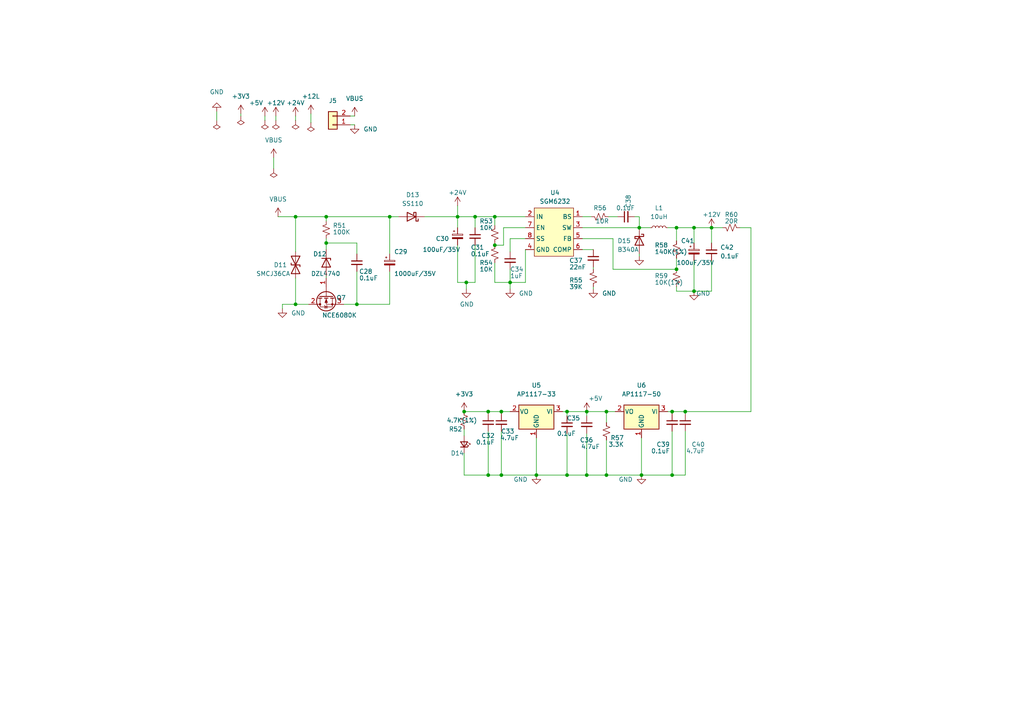
<source format=kicad_sch>
(kicad_sch (version 20231120) (generator "eeschema") (generator_version "8.0")
  (paper "A4")
  (lib_symbols
    (symbol "Connector_Generic:Conn_01x02" (pin_names (offset 1.016) hide)
      (property "Reference" "J" (at 0 2.54 0))
      (property "Value" "Conn_01x02" (at 0 -5.08 0))
      (symbol "Conn_01x02_1_1"
        (rectangle (start -1.27 -2.413) (end 0 -2.667) (stroke (width 0.1524)))
        (rectangle (start -1.27 0.127) (end 0 -0.127) (stroke (width 0.1524)))
        (rectangle (start -1.27 1.27) (end 1.27 -3.81) (stroke (width 0.254)) (fill (type background)))
        (pin passive line (at -5.08 0 0) (length 3.81) (name "Pin_1") (number "1"))
        (pin passive line (at -5.08 -2.54 0) (length 3.81) (name "Pin_2") (number "2"))
      )
    )
    (symbol "Device:C_Polarized_Small" (pin_numbers hide) (pin_names (offset 0.254) hide)
      (property "Reference" "C" (at 0.254 1.778 0))
      (property "Value" "C_Polarized_Small" (at 0.254 -2.032 0))
      (symbol "C_Polarized_Small_0_1"
        (rectangle (start -1.524 -0.3048) (end 1.524 -0.6858) (fill (type outline)))
        (rectangle (start -1.524 0.6858) (end 1.524 0.3048))
        (polyline (pts (xy -1.27 1.524) (xy -0.762 1.524)))
        (polyline (pts (xy -1.016 1.27) (xy -1.016 1.778)))
      )
      (symbol "C_Polarized_Small_1_1"
        (pin passive line (at 0 2.54 270) (length 1.8542) (name "~") (number "1"))
        (pin passive line (at 0 -2.54 90) (length 1.8542) (name "~") (number "2"))
      )
    )
    (symbol "Device:C_Small" (pin_numbers hide) (pin_names (offset 0.254) hide)
      (property "Reference" "C" (at 0.254 1.778 0))
      (property "Value" "C_Small" (at 0.254 -2.032 0))
      (symbol "C_Small_0_1"
        (polyline (pts (xy -1.524 -0.508) (xy 1.524 -0.508)) (stroke (width 0.3302)))
        (polyline (pts (xy -1.524 0.508) (xy 1.524 0.508)) (stroke (width 0.3048)))
      )
      (symbol "C_Small_1_1"
        (pin passive line (at 0 2.54 270) (length 2.032) (name "~") (number "1"))
        (pin passive line (at 0 -2.54 90) (length 2.032) (name "~") (number "2"))
      )
    )
    (symbol "Device:D_Schottky" (pin_numbers hide) (pin_names (offset 1.016) hide)
      (property "Reference" "D" (at 0 2.54 0))
      (property "Value" "D_Schottky" (at 0 -2.54 0))
      (symbol "D_Schottky_0_1"
        (polyline (pts (xy 1.27 0) (xy -1.27 0)))
        (polyline (pts (xy 1.27 1.27) (xy 1.27 -1.27) (xy -1.27 0) (xy 1.27 1.27)) (stroke (width 0.254)))
        (polyline (pts (xy -1.905 0.635) (xy -1.905 1.27) (xy -1.27 1.27) (xy -1.27 -1.27) (xy -0.635 -1.27) (xy -0.635 -0.635)) (stroke (width 0.254)))
      )
      (symbol "D_Schottky_1_1"
        (pin passive line (at -3.81 0 0) (length 2.54) (name "K") (number "1"))
        (pin passive line (at 3.81 0 180) (length 2.54) (name "A") (number "2"))
      )
    )
    (symbol "Device:D_TVS" (pin_numbers hide) (pin_names (offset 1.016) hide)
      (property "Reference" "D" (at 0 2.54 0))
      (property "Value" "D_TVS" (at 0 -2.54 0))
      (symbol "D_TVS_0_1"
        (polyline (pts (xy 1.27 0) (xy -1.27 0)))
        (polyline (pts (xy 0.508 1.27) (xy 0 1.27) (xy 0 -1.27) (xy -0.508 -1.27)) (stroke (width 0.254)))
        (polyline (pts (xy -2.54 1.27) (xy -2.54 -1.27) (xy 2.54 1.27) (xy 2.54 -1.27) (xy -2.54 1.27)) (stroke (width 0.254)))
      )
      (symbol "D_TVS_1_1"
        (pin passive line (at -3.81 0 0) (length 2.54) (name "A1") (number "1"))
        (pin passive line (at 3.81 0 180) (length 2.54) (name "A2") (number "2"))
      )
    )
    (symbol "Device:D_Zener" (pin_numbers hide) (pin_names (offset 1.016) hide)
      (property "Reference" "D" (at 0 2.54 0))
      (property "Value" "D_Zener" (at 0 -2.54 0))
      (symbol "D_Zener_0_1"
        (polyline (pts (xy 1.27 0) (xy -1.27 0)))
        (polyline (pts (xy -1.27 -1.27) (xy -1.27 1.27) (xy -0.762 1.27)) (stroke (width 0.254)))
        (polyline (pts (xy 1.27 -1.27) (xy 1.27 1.27) (xy -1.27 0) (xy 1.27 -1.27)) (stroke (width 0.254)))
      )
      (symbol "D_Zener_1_1"
        (pin passive line (at -3.81 0 0) (length 2.54) (name "K") (number "1"))
        (pin passive line (at 3.81 0 180) (length 2.54) (name "A") (number "2"))
      )
    )
    (symbol "Device:LED_Small" (pin_numbers hide) (pin_names (offset 0.254) hide)
      (property "Reference" "D" (at -1.27 3.175 0))
      (property "Value" "LED_Small" (at -4.445 -2.54 0))
      (symbol "LED_Small_0_1"
        (polyline (pts (xy -0.762 -1.016) (xy -0.762 1.016)) (stroke (width 0.254)))
        (polyline (pts (xy 1.016 0) (xy -0.762 0)))
        (polyline (pts (xy 0.762 -1.016) (xy -0.762 0) (xy 0.762 1.016) (xy 0.762 -1.016)) (stroke (width 0.254)))
        (polyline (pts (xy 0 0.762) (xy -0.508 1.27) (xy -0.254 1.27) (xy -0.508 1.27) (xy -0.508 1.016)))
        (polyline (pts (xy 0.508 1.27) (xy 0 1.778) (xy 0.254 1.778) (xy 0 1.778) (xy 0 1.524)))
      )
      (symbol "LED_Small_1_1"
        (pin passive line (at -2.54 0 0) (length 1.778) (name "K") (number "1"))
        (pin passive line (at 2.54 0 180) (length 1.778) (name "A") (number "2"))
      )
    )
    (symbol "Device:L_Small" (pin_numbers hide) (pin_names (offset 0.254) hide)
      (property "Reference" "L" (at 0.762 1.016 0))
      (property "Value" "L_Small" (at 0.762 -1.016 0))
      (symbol "L_Small_0_1"
        (arc (start 0 -2.032) (mid 0.5058 -1.524) (end 0 -1.016))
        (arc (start 0 -1.016) (mid 0.5058 -0.508) (end 0 0))
        (arc (start 0 0) (mid 0.5058 0.508) (end 0 1.016))
        (arc (start 0 1.016) (mid 0.5058 1.524) (end 0 2.032))
      )
      (symbol "L_Small_1_1"
        (pin passive line (at 0 2.54 270) (length 0.508) (name "~") (number "1"))
        (pin passive line (at 0 -2.54 90) (length 0.508) (name "~") (number "2"))
      )
    )
    (symbol "Device:Q_NMOS_GDS" (pin_names (offset 0) hide)
      (property "Reference" "Q" (at 5.08 1.27 0))
      (property "Value" "Q_NMOS_GDS" (at 5.08 -1.27 0))
      (symbol "Q_NMOS_GDS_0_1"
        (polyline (pts (xy 0.254 0) (xy -2.54 0)))
        (polyline (pts (xy 0.254 1.905) (xy 0.254 -1.905)) (stroke (width 0.254)))
        (polyline (pts (xy 0.762 -1.27) (xy 0.762 -2.286)) (stroke (width 0.254)))
        (polyline (pts (xy 0.762 0.508) (xy 0.762 -0.508)) (stroke (width 0.254)))
        (polyline (pts (xy 0.762 2.286) (xy 0.762 1.27)) (stroke (width 0.254)))
        (polyline (pts (xy 2.54 2.54) (xy 2.54 1.778)))
        (polyline (pts (xy 2.54 -2.54) (xy 2.54 0) (xy 0.762 0)))
        (polyline (pts (xy 0.762 -1.778) (xy 3.302 -1.778) (xy 3.302 1.778) (xy 0.762 1.778)))
        (polyline (pts (xy 1.016 0) (xy 2.032 0.381) (xy 2.032 -0.381) (xy 1.016 0)) (fill (type outline)))
        (polyline (pts (xy 2.794 0.508) (xy 2.921 0.381) (xy 3.683 0.381) (xy 3.81 0.254)))
        (polyline (pts (xy 3.302 0.381) (xy 2.921 -0.254) (xy 3.683 -0.254) (xy 3.302 0.381)))
        (circle (center 1.651 0) (radius 2.794) (stroke (width 0.254)))
        (circle (center 2.54 -1.778) (radius 0.254) (fill (type outline)))
        (circle (center 2.54 1.778) (radius 0.254) (fill (type outline)))
      )
      (symbol "Q_NMOS_GDS_1_1"
        (pin input line (at -5.08 0 0) (length 2.54) (name "G") (number "1"))
        (pin passive line (at 2.54 5.08 270) (length 2.54) (name "D") (number "2"))
        (pin passive line (at 2.54 -5.08 90) (length 2.54) (name "S") (number "3"))
      )
    )
    (symbol "Device:R_Small_US" (pin_numbers hide) (pin_names (offset 0.254) hide)
      (property "Reference" "R" (at 0.762 0.508 0))
      (property "Value" "R_Small_US" (at 0.762 -1.016 0))
      (symbol "R_Small_US_1_1"
        (polyline (pts (xy 0 0) (xy 1.016 -0.381) (xy 0 -0.762) (xy -1.016 -1.143) (xy 0 -1.524)))
        (polyline (pts (xy 0 1.524) (xy 1.016 1.143) (xy 0 0.762) (xy -1.016 0.381) (xy 0 0)))
        (pin passive line (at 0 2.54 270) (length 1.016) (name "~") (number "1"))
        (pin passive line (at 0 -2.54 90) (length 1.016) (name "~") (number "2"))
      )
    )
    (symbol "Diode:1N6857" (pin_numbers hide) (pin_names (offset 1.016) hide)
      (property "Reference" "D" (at 0 2.54 0))
      (property "Value" "1N6857" (at 0 -2.54 0))
      (symbol "1N6857_0_1"
        (polyline (pts (xy 1.27 0) (xy -1.27 0)))
        (polyline (pts (xy 1.27 1.27) (xy 1.27 -1.27) (xy -1.27 0) (xy 1.27 1.27)) (stroke (width 0.254)))
        (polyline (pts (xy -1.905 0.635) (xy -1.905 1.27) (xy -1.27 1.27) (xy -1.27 -1.27) (xy -0.635 -1.27) (xy -0.635 -0.635)) (stroke (width 0.254)))
      )
      (symbol "1N6857_1_1"
        (pin passive line (at -3.81 0 0) (length 2.54) (name "K") (number "1"))
        (pin passive line (at 3.81 0 180) (length 2.54) (name "A") (number "2"))
      )
    )
    (symbol "Regulator_Linear:AP1117-50" (pin_names (offset 0.254))
      (property "Reference" "U" (at -3.81 3.175 0))
      (property "Value" "AP1117-50" (at 0 3.175 0))
      (symbol "AP1117-50_0_1"
        (rectangle (start -5.08 -5.08) (end 5.08 1.905) (stroke (width 0.254)) (fill (type background)))
      )
      (symbol "AP1117-50_1_1"
        (pin power_in line (at 0 -7.62 90) (length 2.54) (name "GND") (number "1"))
        (pin power_out line (at 7.62 0 180) (length 2.54) (name "VO") (number "2"))
        (pin power_in line (at -7.62 0 0) (length 2.54) (name "VI") (number "3"))
      )
    )
    (symbol "power:+12L" (power) (pin_names (offset 0))
      (property "Value" "+12L" (at 0 3.556 0))
      (symbol "+12L_0_1"
        (polyline (pts (xy -0.762 1.27) (xy 0 2.54)))
        (polyline (pts (xy 0 0) (xy 0 2.54)))
        (polyline (pts (xy 0 2.54) (xy 0.762 1.27)))
      )
      (symbol "+12L_1_1"
        (pin power_in line (at 0 0 90) (length 0) hide (name "+12L") (number "1"))
      )
    )
    (symbol "power:+12V" (power) (pin_names (offset 0))
      (property "Value" "+12V" (at 0 3.556 0))
      (symbol "+12V_0_1"
        (polyline (pts (xy -0.762 1.27) (xy 0 2.54)))
        (polyline (pts (xy 0 0) (xy 0 2.54)))
        (polyline (pts (xy 0 2.54) (xy 0.762 1.27)))
      )
      (symbol "+12V_1_1"
        (pin power_in line (at 0 0 90) (length 0) hide (name "+12V") (number "1"))
      )
    )
    (symbol "power:+24V" (power) (pin_names (offset 0))
      (property "Value" "+24V" (at 0 3.556 0))
      (symbol "+24V_0_1"
        (polyline (pts (xy -0.762 1.27) (xy 0 2.54)))
        (polyline (pts (xy 0 0) (xy 0 2.54)))
        (polyline (pts (xy 0 2.54) (xy 0.762 1.27)))
      )
      (symbol "+24V_1_1"
        (pin power_in line (at 0 0 90) (length 0) hide (name "+24V") (number "1"))
      )
    )
    (symbol "power:+3.3V" (power) (pin_names (offset 0))
      (property "Value" "+3.3V" (at 0 3.556 0))
      (symbol "+3.3V_0_1"
        (polyline (pts (xy -0.762 1.27) (xy 0 2.54)))
        (polyline (pts (xy 0 0) (xy 0 2.54)))
        (polyline (pts (xy 0 2.54) (xy 0.762 1.27)))
      )
      (symbol "+3.3V_1_1"
        (pin power_in line (at 0 0 90) (length 0) hide (name "+3V3") (number "1"))
      )
    )
    (symbol "power:+5V" (power) (pin_names (offset 0))
      (property "Value" "+5V" (at 0 3.556 0))
      (symbol "+5V_0_1"
        (polyline (pts (xy -0.762 1.27) (xy 0 2.54)))
        (polyline (pts (xy 0 0) (xy 0 2.54)))
        (polyline (pts (xy 0 2.54) (xy 0.762 1.27)))
      )
      (symbol "+5V_1_1"
        (pin power_in line (at 0 0 90) (length 0) hide (name "+5V") (number "1"))
      )
    )
    (symbol "power:GND" (power) (pin_names (offset 0))
      (property "Value" "GND" (at 0 -3.81 0))
      (symbol "GND_0_1"
        (polyline (pts (xy 0 0) (xy 0 -1.27) (xy 1.27 -1.27) (xy 0 -2.54) (xy -1.27 -1.27) (xy 0 -1.27)))
      )
      (symbol "GND_1_1"
        (pin power_in line (at 0 0 270) (length 0) hide (name "GND") (number "1"))
      )
    )
    (symbol "power:PWR_FLAG" (power) (pin_numbers hide) (pin_names (offset 0) hide)
      (property "Value" "PWR_FLAG" (at 0 3.81 0))
      (symbol "PWR_FLAG_0_0"
        (pin power_out line (at 0 0 90) (length 0) (name "pwr") (number "1"))
      )
      (symbol "PWR_FLAG_0_1"
        (polyline (pts (xy 0 0) (xy 0 1.27) (xy -1.016 1.905) (xy 0 2.54) (xy 1.016 1.905) (xy 0 1.27)))
      )
    )
    (symbol "power:VBUS" (power) (pin_names (offset 0))
      (property "Value" "VBUS" (at 0 3.81 0))
      (symbol "VBUS_0_1"
        (polyline (pts (xy -0.762 1.27) (xy 0 2.54)))
        (polyline (pts (xy 0 0) (xy 0 2.54)))
        (polyline (pts (xy 0 2.54) (xy 0.762 1.27)))
      )
      (symbol "VBUS_1_1"
        (pin power_in line (at 0 0 90) (length 0) hide (name "VBUS") (number "1"))
      )
    )
    (symbol "zager_Power:SGM6232"
      (property "Reference" "U" (at -3.81 1.27 0))
      (property "Value" "SGM6232" (at 0 3.81 0))
      (symbol "SGM6232_0_1"
        (rectangle (start 0 0) (end 11.43 -13.97) (stroke (width 0.1524)) (fill (type background)))
      )
      (symbol "SGM6232_1_1"
        (pin input line (at 13.97 -2.54 180) (length 2.54) (name "BS") (number "1"))
        (pin input line (at -2.54 -2.54 0) (length 2.54) (name "IN") (number "2"))
        (pin input line (at 13.97 -5.715 180) (length 2.54) (name "SW") (number "3"))
        (pin input line (at -2.54 -12.065 0) (length 2.54) (name "GND") (number "4"))
        (pin input line (at 13.97 -8.89 180) (length 2.54) (name "FB") (number "5"))
        (pin input line (at 13.97 -12.065 180) (length 2.54) (name "COMP") (number "6"))
        (pin input line (at -2.54 -5.715 0) (length 2.54) (name "EN") (number "7"))
        (pin input line (at -2.54 -8.89 0) (length 2.54) (name "SS") (number "8"))
      )
    )
  )
  (junction (at 85.725 88.265))
  (junction (at 94.615 62.865))
  (junction (at 196.215 78.105))
  (junction (at 135.255 81.915))
  (junction (at 134.62 119.38))
  (junction (at 206.375 66.04))
  (junction (at 201.295 66.04))
  (junction (at 175.895 137.795))
  (junction (at 145.415 137.795))
  (junction (at 137.795 62.865))
  (junction (at 198.755 119.38))
  (junction (at 132.715 62.865))
  (junction (at 164.465 119.38))
  (junction (at 85.725 62.865))
  (junction (at 170.18 119.38))
  (junction (at 196.215 66.04))
  (junction (at 141.605 119.38))
  (junction (at 145.415 119.38))
  (junction (at 141.605 137.795))
  (junction (at 175.895 119.38))
  (junction (at 194.945 119.38))
  (junction (at 201.295 84.455))
  (junction (at 185.42 66.04))
  (junction (at 94.615 70.485))
  (junction (at 113.03 62.865))
  (junction (at 186.055 137.795))
  (junction (at 143.51 62.865))
  (junction (at 194.945 137.795))
  (junction (at 143.51 71.12))
  (junction (at 155.575 137.795))
  (junction (at 103.505 88.265))
  (junction (at 170.18 137.795))
  (junction (at 147.955 81.915))
  (junction (at 164.465 137.795))
  (wire (pts (xy 137.795 66.04) (xy 137.795 62.865)))
  (wire (pts (xy 178.435 119.38) (xy 175.895 119.38)))
  (wire (pts (xy 143.51 62.865) (xy 152.4 62.865)))
  (wire (pts (xy 94.615 80.01) (xy 94.615 80.645)))
  (wire (pts (xy 164.465 119.38) (xy 163.195 119.38)))
  (wire (pts (xy 103.505 70.485) (xy 103.505 73.66)))
  (wire (pts (xy 206.375 70.485) (xy 206.375 66.04)))
  (wire (pts (xy 141.605 119.38) (xy 141.605 120.015)))
  (wire (pts (xy 137.795 81.915) (xy 137.795 71.12)))
  (wire (pts (xy 177.8 69.215) (xy 177.8 78.105)))
  (wire (pts (xy 172.085 78.105) (xy 172.085 77.47)))
  (wire (pts (xy 168.91 62.865) (xy 171.45 62.865)))
  (wire (pts (xy 103.505 88.265) (xy 113.03 88.265)))
  (wire (pts (xy 134.62 137.795) (xy 134.62 131.445)))
  (wire (pts (xy 194.945 119.38) (xy 193.675 119.38)))
  (wire (pts (xy 147.955 83.82) (xy 147.955 81.915)))
  (wire (pts (xy 81.915 88.265) (xy 85.725 88.265)))
  (wire (pts (xy 80.645 62.865) (xy 85.725 62.865)))
  (wire (pts (xy 80.01 33.655) (xy 80.01 34.925)))
  (wire (pts (xy 155.575 137.795) (xy 164.465 137.795)))
  (wire (pts (xy 196.215 84.455) (xy 201.295 84.455)))
  (wire (pts (xy 101.6 36.195) (xy 102.87 36.195)))
  (wire (pts (xy 113.03 62.865) (xy 115.57 62.865)))
  (wire (pts (xy 94.615 70.485) (xy 103.505 70.485)))
  (wire (pts (xy 143.51 81.915) (xy 147.955 81.915)))
  (wire (pts (xy 170.18 119.38) (xy 164.465 119.38)))
  (wire (pts (xy 198.755 119.38) (xy 198.755 120.015)))
  (wire (pts (xy 134.62 124.46) (xy 134.62 126.365)))
  (wire (pts (xy 132.715 71.12) (xy 132.715 81.915)))
  (wire (pts (xy 132.715 66.04) (xy 132.715 62.865)))
  (wire (pts (xy 135.255 83.82) (xy 135.255 81.915)))
  (wire (pts (xy 172.085 83.185) (xy 172.085 83.82)))
  (wire (pts (xy 141.605 137.795) (xy 145.415 137.795)))
  (wire (pts (xy 214.63 66.04) (xy 217.805 66.04)))
  (wire (pts (xy 198.755 137.795) (xy 194.945 137.795)))
  (wire (pts (xy 206.375 75.565) (xy 206.375 84.455)))
  (wire (pts (xy 198.755 125.095) (xy 198.755 137.795)))
  (wire (pts (xy 146.05 71.12) (xy 146.05 66.04)))
  (wire (pts (xy 155.575 127) (xy 155.575 137.795)))
  (wire (pts (xy 164.465 125.73) (xy 164.465 137.795)))
  (wire (pts (xy 134.62 137.795) (xy 141.605 137.795)))
  (wire (pts (xy 196.215 74.93) (xy 196.215 78.105)))
  (wire (pts (xy 175.895 119.38) (xy 170.18 119.38)))
  (wire (pts (xy 101.6 33.655) (xy 102.87 33.655)))
  (wire (pts (xy 201.295 84.455) (xy 206.375 84.455)))
  (wire (pts (xy 69.85 33.02) (xy 69.85 33.655)))
  (wire (pts (xy 145.415 125.095) (xy 145.415 137.795)))
  (wire (pts (xy 85.725 33.655) (xy 85.725 34.925)))
  (wire (pts (xy 147.955 119.38) (xy 145.415 119.38)))
  (wire (pts (xy 201.295 75.565) (xy 201.295 84.455)))
  (wire (pts (xy 147.955 69.215) (xy 147.955 73.025)))
  (wire (pts (xy 168.91 72.39) (xy 172.085 72.39)))
  (wire (pts (xy 113.03 62.865) (xy 113.03 73.66)))
  (wire (pts (xy 85.725 80.645) (xy 85.725 88.265)))
  (wire (pts (xy 176.53 62.865) (xy 179.07 62.865)))
  (wire (pts (xy 194.945 119.38) (xy 194.945 120.015)))
  (wire (pts (xy 90.17 33.02) (xy 90.17 35.56)))
  (wire (pts (xy 85.725 62.865) (xy 94.615 62.865)))
  (wire (pts (xy 147.955 81.915) (xy 152.4 81.915)))
  (wire (pts (xy 113.03 78.74) (xy 113.03 88.265)))
  (wire (pts (xy 147.955 81.915) (xy 147.955 78.105)))
  (wire (pts (xy 185.42 73.66) (xy 185.42 74.295)))
  (wire (pts (xy 175.895 119.38) (xy 175.895 122.555)))
  (wire (pts (xy 196.215 69.85) (xy 196.215 66.04)))
  (wire (pts (xy 62.865 32.385) (xy 62.865 34.925)))
  (wire (pts (xy 152.4 69.215) (xy 147.955 69.215)))
  (wire (pts (xy 143.51 76.2) (xy 143.51 81.915)))
  (wire (pts (xy 152.4 72.39) (xy 152.4 81.915)))
  (wire (pts (xy 94.615 70.485) (xy 94.615 72.39)))
  (wire (pts (xy 143.51 71.12) (xy 146.05 71.12)))
  (wire (pts (xy 85.725 88.265) (xy 89.535 88.265)))
  (wire (pts (xy 143.51 65.405) (xy 143.51 62.865)))
  (wire (pts (xy 170.18 125.73) (xy 170.18 137.795)))
  (wire (pts (xy 85.725 62.865) (xy 85.725 73.025)))
  (wire (pts (xy 170.18 137.795) (xy 164.465 137.795)))
  (wire (pts (xy 196.215 66.04) (xy 201.295 66.04)))
  (wire (pts (xy 94.615 69.215) (xy 94.615 70.485)))
  (wire (pts (xy 76.835 33.655) (xy 76.835 34.925)))
  (wire (pts (xy 168.91 69.215) (xy 177.8 69.215)))
  (wire (pts (xy 196.215 83.185) (xy 196.215 84.455)))
  (wire (pts (xy 141.605 119.38) (xy 134.62 119.38)))
  (wire (pts (xy 79.375 45.72) (xy 79.375 48.895)))
  (wire (pts (xy 177.8 78.105) (xy 196.215 78.105)))
  (wire (pts (xy 175.895 137.795) (xy 170.18 137.795)))
  (wire (pts (xy 194.945 125.095) (xy 194.945 137.795)))
  (wire (pts (xy 186.055 127) (xy 186.055 137.795)))
  (wire (pts (xy 198.755 119.38) (xy 194.945 119.38)))
  (wire (pts (xy 81.915 89.535) (xy 81.915 88.265)))
  (wire (pts (xy 175.895 127.635) (xy 175.895 137.795)))
  (wire (pts (xy 201.295 70.485) (xy 201.295 66.04)))
  (wire (pts (xy 132.715 62.865) (xy 137.795 62.865)))
  (wire (pts (xy 185.42 66.04) (xy 188.595 66.04)))
  (wire (pts (xy 193.675 66.04) (xy 196.215 66.04)))
  (wire (pts (xy 185.42 62.865) (xy 185.42 66.04)))
  (wire (pts (xy 186.055 137.795) (xy 175.895 137.795)))
  (wire (pts (xy 145.415 119.38) (xy 145.415 120.015)))
  (wire (pts (xy 145.415 119.38) (xy 141.605 119.38)))
  (wire (pts (xy 132.715 59.69) (xy 132.715 62.865)))
  (wire (pts (xy 103.505 78.74) (xy 103.505 88.265)))
  (wire (pts (xy 146.05 66.04) (xy 152.4 66.04)))
  (wire (pts (xy 155.575 137.795) (xy 145.415 137.795)))
  (wire (pts (xy 135.255 81.915) (xy 137.795 81.915)))
  (wire (pts (xy 141.605 125.095) (xy 141.605 137.795)))
  (wire (pts (xy 206.375 66.04) (xy 209.55 66.04)))
  (wire (pts (xy 137.795 62.865) (xy 143.51 62.865)))
  (wire (pts (xy 194.945 137.795) (xy 186.055 137.795)))
  (wire (pts (xy 168.91 66.04) (xy 185.42 66.04)))
  (wire (pts (xy 94.615 64.135) (xy 94.615 62.865)))
  (wire (pts (xy 184.15 62.865) (xy 185.42 62.865)))
  (wire (pts (xy 217.805 66.04) (xy 217.805 119.38)))
  (wire (pts (xy 99.695 88.265) (xy 103.505 88.265)))
  (wire (pts (xy 94.615 62.865) (xy 113.03 62.865)))
  (wire (pts (xy 217.805 119.38) (xy 198.755 119.38)))
  (wire (pts (xy 164.465 120.65) (xy 164.465 119.38)))
  (wire (pts (xy 123.19 62.865) (xy 132.715 62.865)))
  (wire (pts (xy 201.295 66.04) (xy 206.375 66.04)))
  (wire (pts (xy 170.18 119.38) (xy 170.18 120.65)))
  (wire (pts (xy 143.51 70.485) (xy 143.51 71.12)))
  (wire (pts (xy 132.715 81.915) (xy 135.255 81.915)))
  (symbol (lib_id "power:PWR_FLAG") (at 62.865 34.925 180) (unit 1)
    (property "Reference" "#FLG01" (effects (hide yes)))
    (property "Value" "PWR_FLAG" (effects (hide yes)))
  )
  (symbol (lib_id "power:PWR_FLAG") (at 85.725 34.925 180) (unit 1)
    (property "Reference" "#FLG06" (effects (hide yes)))
    (property "Value" "PWR_FLAG" (effects (hide yes)))
  )
  (symbol (lib_id "power:GND") (at 135.255 83.82 0) (unit 1)
    (property "Reference" "#PWR064" (effects (hide yes)))
    (property "Value" "GND" (at 133.35 88.265 0) (effects (justify left)))
  )
  (symbol (lib_id "Device:C_Polarized_Small") (at 132.715 68.58 0) (unit 1)
    (property "Reference" "C30" (at 126.365 69.215 0) (effects (justify left)))
    (property "Value" "100uF/35V" (at 122.555 72.39 0) (effects (justify left)))
    (property "Footprint" "Capacitor_THT:CP_Radial_D6.3mm_P2.50mm" (effects (hide yes)))
  )
  (symbol (lib_id "Device:C_Small") (at 206.375 73.025 0) (unit 1)
    (property "Reference" "C42" (at 208.915 71.755 0) (effects (justify left)))
    (property "Value" "0.1uF" (at 208.915 74.295 0) (effects (justify left)))
    (property "Footprint" "Capacitor_SMD:C_0603_1608Metric" (effects (hide yes)))
  )
  (symbol (lib_id "Device:R_Small_US") (at 196.215 72.39 0) (mirror y) (unit 1)
    (property "Reference" "R58" (at 189.865 71.12 0) (effects (justify right)))
    (property "Value" "140K(1%)" (at 189.865 73.025 0) (effects (justify right)))
    (property "Footprint" "Resistor_SMD:R_0603_1608Metric" (effects (hide yes)))
  )
  (symbol (lib_id "power:+3.3V") (at 134.62 119.38 0) (mirror y) (unit 1)
    (property "Reference" "#PWR063" (effects (hide yes)))
    (property "Value" "+3V3" (at 134.62 114.3 0))
  )
  (symbol (lib_id "Device:D_TVS") (at 85.725 76.835 270) (unit 1)
    (property "Reference" "D11" (at 79.375 76.835 90) (effects (justify left)))
    (property "Value" "SMCJ36CA" (at 74.295 79.375 90) (effects (justify left)))
    (property "Footprint" "Diode_SMD:D_SMC" (effects (hide yes)))
  )
  (symbol (lib_id "Device:D_Zener") (at 94.615 76.2 270) (unit 1)
    (property "Reference" "D12" (at 90.805 73.66 90) (effects (justify left)))
    (property "Value" "DZL4740" (at 90.17 79.375 90) (effects (justify left)))
    (property "Footprint" "Diode_SMD:D_SOD-123F" (effects (hide yes)))
  )
  (symbol (lib_id "power:+24V") (at 132.715 59.69 0) (unit 1)
    (property "Reference" "#PWR062" (effects (hide yes)))
    (property "Value" "+24V" (at 132.715 55.88 0))
  )
  (symbol (lib_id "power:+3.3V") (at 69.85 33.02 0) (unit 1)
    (property "Reference" "#PWR052" (effects (hide yes)))
    (property "Value" "+3V3" (at 69.85 27.94 0))
  )
  (symbol (lib_id "power:PWR_FLAG") (at 79.375 48.895 180) (unit 1)
    (property "Reference" "#FLG04" (effects (hide yes)))
    (property "Value" "PWR_FLAG" (effects (hide yes)))
  )
  (symbol (lib_id "power:GND") (at 81.915 89.535 0) (unit 1)
    (property "Reference" "#PWR057" (effects (hide yes)))
    (property "Value" "GND" (at 84.455 90.8049 0) (effects (justify left)))
  )
  (symbol (lib_id "power:+12V") (at 80.01 33.655 0) (unit 1)
    (property "Reference" "#PWR055" (effects (hide yes)))
    (property "Value" "+12V" (at 80.01 29.845 0))
  )
  (symbol (lib_id "Device:R_Small_US") (at 172.085 80.645 0) (mirror y) (unit 1)
    (property "Reference" "R55" (at 165.1 81.28 0) (effects (justify right)))
    (property "Value" "39K" (at 165.1 83.185 0) (effects (justify right)))
    (property "Footprint" "Resistor_SMD:R_0603_1608Metric" (effects (hide yes)))
  )
  (symbol (lib_id "zager_Power:SGM6232") (at 154.94 60.325 0) (unit 1)
    (property "Reference" "U4" (at 160.9725 55.88 0))
    (property "Value" "SGM6232" (at 160.9725 58.42 0))
    (property "Footprint" "Package_SO:SOIC-8_3.9x4.9mm_P1.27mm" (effects (hide yes)))
  )
  (symbol (lib_id "Device:R_Small_US") (at 173.99 62.865 90) (mirror x) (unit 1)
    (property "Reference" "R56" (at 172.085 60.325 90) (effects (justify right)))
    (property "Value" "10R" (at 172.72 64.135 90) (effects (justify right)))
    (property "Footprint" "Resistor_SMD:R_0603_1608Metric" (effects (hide yes)))
  )
  (symbol (lib_id "power:GND") (at 102.87 36.195 0) (unit 1)
    (property "Reference" "#PWR061" (effects (hide yes)))
    (property "Value" "GND" (at 105.41 37.4649 0) (effects (justify left)))
  )
  (symbol (lib_id "Connector_Generic:Conn_01x02") (at 96.52 36.195 180) (unit 1)
    (property "Reference" "J5" (at 96.52 29.21 0))
    (property "Value" "Conn_01x02" (effects (hide yes)))
    (property "Footprint" "TerminalBlock:TerminalBlock_bornier-2_P5.08mm" (effects (hide yes)))
  )
  (symbol (lib_id "Device:C_Small") (at 145.415 122.555 0) (mirror y) (unit 1)
    (property "Reference" "C33" (at 149.225 125.095 0) (effects (justify left)))
    (property "Value" "4.7uF" (at 150.495 127 0) (effects (justify left)))
    (property "Footprint" "Capacitor_SMD:C_0805_2012Metric" (effects (hide yes)))
  )
  (symbol (lib_id "power:+24V") (at 85.725 33.655 0) (unit 1)
    (property "Reference" "#PWR058" (effects (hide yes)))
    (property "Value" "+24V" (at 85.725 29.845 0))
  )
  (symbol (lib_id "Device:R_Small_US") (at 175.895 125.095 0) (unit 1)
    (property "Reference" "R57" (at 180.975 127 0) (effects (justify right)))
    (property "Value" "3.3K" (at 180.975 128.905 0) (effects (justify right)))
    (property "Footprint" "Resistor_SMD:R_0603_1608Metric" (effects (hide yes)))
  )
  (symbol (lib_id "Device:C_Small") (at 170.18 123.19 0) (mirror y) (unit 1)
    (property "Reference" "C36" (at 172.085 127.635 0) (effects (justify left)))
    (property "Value" "4.7uF" (at 173.99 129.54 0) (effects (justify left)))
    (property "Footprint" "Capacitor_SMD:C_0805_2012Metric" (effects (hide yes)))
  )
  (symbol (lib_id "Device:LED_Small") (at 134.62 128.905 270) (mirror x) (unit 1)
    (property "Reference" "D14" (at 134.62 131.445 90) (effects (justify right)))
    (property "Value" "LED_Red" (effects (hide yes)))
    (property "Footprint" "Diode_SMD:D_0603_1608Metric_Pad1.05x0.95mm_HandSolder" (effects (hide yes)))
  )
  (symbol (lib_id "power:GND") (at 201.295 84.455 0) (unit 1)
    (property "Reference" "#PWR071" (effects (hide yes)))
    (property "Value" "GND" (at 201.93 85.09 0) (effects (justify left)))
  )
  (symbol (lib_id "Device:R_Small_US") (at 212.09 66.04 90) (mirror x) (unit 1)
    (property "Reference" "R60" (at 210.185 62.23 90) (effects (justify right)))
    (property "Value" "20R" (at 210.185 64.135 90) (effects (justify right)))
    (property "Footprint" "Resistor_SMD:R_0603_1608Metric" (effects (hide yes)))
  )
  (symbol (lib_id "Device:R_Small_US") (at 94.615 66.675 0) (mirror y) (unit 1)
    (property "Reference" "R51" (at 96.52 65.405 0) (effects (justify right)))
    (property "Value" "100K" (at 96.52 67.31 0) (effects (justify right)))
    (property "Footprint" "Resistor_SMD:R_0603_1608Metric" (effects (hide yes)))
  )
  (symbol (lib_id "power:PWR_FLAG") (at 80.01 34.925 180) (unit 1)
    (property "Reference" "#FLG05" (effects (hide yes)))
    (property "Value" "PWR_FLAG" (effects (hide yes)))
  )
  (symbol (lib_id "power:+5V") (at 170.18 119.38 0) (mirror y) (unit 1)
    (property "Reference" "#PWR067" (effects (hide yes)))
    (property "Value" "+5V" (at 172.72 115.57 0))
  )
  (symbol (lib_id "Regulator_Linear:AP1117-50") (at 155.575 119.38 0) (mirror y) (unit 1)
    (property "Reference" "U5" (at 155.575 111.76 0))
    (property "Value" "AP1117-33" (at 155.575 114.3 0))
    (property "Footprint" "Package_TO_SOT_SMD:SOT-223-3_TabPin2" (effects (hide yes)))
    (property "Datasheet" "http://www.diodes.com/datasheets/AP1117.pdf" (effects (hide yes)))
  )
  (symbol (lib_id "Device:C_Small") (at 181.61 62.865 90) (unit 1)
    (property "Reference" "C38" (at 182.245 60.325 0) (effects (justify left)))
    (property "Value" "0.1uF" (at 184.15 60.325 90) (effects (justify left)))
    (property "Footprint" "Capacitor_SMD:C_0603_1608Metric" (effects (hide yes)))
  )
  (symbol (lib_id "Device:R_Small_US") (at 196.215 80.645 0) (mirror y) (unit 1)
    (property "Reference" "R59" (at 189.865 80.01 0) (effects (justify right)))
    (property "Value" "10K(1%)" (at 189.865 81.915 0) (effects (justify right)))
    (property "Footprint" "Resistor_SMD:R_0603_1608Metric" (effects (hide yes)))
  )
  (symbol (lib_id "Device:C_Small") (at 141.605 122.555 0) (mirror y) (unit 1)
    (property "Reference" "C32" (at 143.51 126.365 0) (effects (justify left)))
    (property "Value" "0.1uF" (at 143.51 128.27 0) (effects (justify left)))
    (property "Footprint" "Capacitor_SMD:C_0603_1608Metric" (effects (hide yes)))
  )
  (symbol (lib_id "power:GND") (at 147.955 83.82 0) (unit 1)
    (property "Reference" "#PWR065" (effects (hide yes)))
    (property "Value" "GND" (at 150.495 85.0899 0) (effects (justify left)))
  )
  (symbol (lib_id "Device:C_Small") (at 103.505 76.2 0) (unit 1)
    (property "Reference" "C28" (at 104.14 78.74 0) (effects (justify left)))
    (property "Value" "0.1uF" (at 104.14 80.645 0) (effects (justify left)))
    (property "Footprint" "Capacitor_SMD:C_0603_1608Metric" (effects (hide yes)))
  )
  (symbol (lib_id "power:VBUS") (at 102.87 33.655 0) (unit 1)
    (property "Reference" "#PWR060" (effects (hide yes)))
    (property "Value" "VBUS" (at 102.87 28.575 0))
  )
  (symbol (lib_id "power:PWR_FLAG") (at 69.85 33.655 180) (unit 1)
    (property "Reference" "#FLG02" (effects (hide yes)))
    (property "Value" "PWR_FLAG" (effects (hide yes)))
  )
  (symbol (lib_id "Device:C_Small") (at 194.945 122.555 0) (mirror y) (unit 1)
    (property "Reference" "C39" (at 194.31 128.905 0) (effects (justify left)))
    (property "Value" "0.1uF" (at 194.31 130.81 0) (effects (justify left)))
    (property "Footprint" "Capacitor_SMD:C_0603_1608Metric" (effects (hide yes)))
  )
  (symbol (lib_id "power:+12L") (at 90.17 33.02 0) (unit 1)
    (property "Reference" "#PWR059" (effects (hide yes)))
    (property "Value" "+12L" (at 90.17 27.94 0))
  )
  (symbol (lib_id "power:GND") (at 185.42 74.295 0) (unit 1)
    (property "Reference" "#PWR069" (effects (hide yes)))
    (property "Value" "GND" (effects (hide yes)))
  )
  (symbol (lib_id "power:PWR_FLAG") (at 76.835 34.925 180) (unit 1)
    (property "Reference" "#FLG03" (effects (hide yes)))
    (property "Value" "PWR_FLAG" (effects (hide yes)))
  )
  (symbol (lib_id "power:GND") (at 155.575 137.795 0) (mirror y) (unit 1)
    (property "Reference" "#PWR066" (effects (hide yes)))
    (property "Value" "GND" (at 153.035 139.0649 0) (effects (justify left)))
  )
  (symbol (lib_id "Device:D_Schottky") (at 119.38 62.865 180) (unit 1)
    (property "Reference" "D13" (at 119.6975 56.515 0))
    (property "Value" "SS110" (at 119.6975 59.055 0))
    (property "Footprint" "Diode_SMD:D_SMA" (effects (hide yes)))
  )
  (symbol (lib_id "Device:C_Polarized_Small") (at 113.03 76.2 0) (unit 1)
    (property "Reference" "C29" (at 114.3 73.025 0) (effects (justify left)))
    (property "Value" "1000uF/35V" (at 114.3 79.375 0) (effects (justify left)))
    (property "Footprint" "Capacitor_THT:CP_Radial_D12.5mm_P5.00mm" (effects (hide yes)))
  )
  (symbol (lib_id "power:GND") (at 172.085 83.82 0) (unit 1)
    (property "Reference" "#PWR068" (effects (hide yes)))
    (property "Value" "GND" (at 174.625 85.0899 0) (effects (justify left)))
  )
  (symbol (lib_id "Regulator_Linear:AP1117-50") (at 186.055 119.38 0) (mirror y) (unit 1)
    (property "Reference" "U6" (at 186.055 111.76 0))
    (property "Value" "AP1117-50" (at 186.055 114.3 0))
    (property "Footprint" "Package_TO_SOT_SMD:SOT-223-3_TabPin2" (effects (hide yes)))
    (property "Datasheet" "http://www.diodes.com/datasheets/AP1117.pdf" (effects (hide yes)))
  )
  (symbol (lib_id "Device:C_Small") (at 172.085 74.93 0) (unit 1)
    (property "Reference" "C37" (at 165.1 75.565 0) (effects (justify left)))
    (property "Value" "22nF" (at 165.1 77.47 0) (effects (justify left)))
    (property "Footprint" "Capacitor_SMD:C_0603_1608Metric" (effects (hide yes)))
  )
  (symbol (lib_id "power:+5V") (at 76.835 33.655 0) (unit 1)
    (property "Reference" "#PWR053" (effects (hide yes)))
    (property "Value" "+5V" (at 74.295 29.845 0))
  )
  (symbol (lib_id "power:GND") (at 186.055 137.795 0) (mirror y) (unit 1)
    (property "Reference" "#PWR070" (effects (hide yes)))
    (property "Value" "GND" (at 183.515 139.0649 0) (effects (justify left)))
  )
  (symbol (lib_id "Device:C_Small") (at 137.795 68.58 0) (unit 1)
    (property "Reference" "C31" (at 136.525 71.755 0) (effects (justify left)))
    (property "Value" "0.1uF" (at 136.525 73.66 0) (effects (justify left)))
    (property "Footprint" "Capacitor_SMD:C_0603_1608Metric" (effects (hide yes)))
  )
  (symbol (lib_id "Diode:1N6857") (at 185.42 69.85 270) (unit 1)
    (property "Reference" "D15" (at 179.07 69.85 90) (effects (justify left)))
    (property "Value" "B340A" (at 179.07 72.39 90) (effects (justify left)))
    (property "Footprint" "Diode_SMD:D_SMA" (effects (hide yes)))
    (property "Datasheet" "https://www.microsemi.com/document-portal/doc_download/8865-lds-0040-datasheet" (effects (hide yes)))
  )
  (symbol (lib_id "Device:C_Small") (at 164.465 123.19 0) (mirror y) (unit 1)
    (property "Reference" "C35" (at 168.275 121.285 0) (effects (justify left)))
    (property "Value" "0.1uF" (at 167.005 125.73 0) (effects (justify left)))
    (property "Footprint" "Capacitor_SMD:C_0603_1608Metric" (effects (hide yes)))
  )
  (symbol (lib_id "Device:Q_NMOS_GDS") (at 94.615 85.725 90) (mirror x) (unit 1)
    (property "Reference" "Q7" (at 100.33 86.36 90) (effects (justify left)))
    (property "Value" "NCE6080K" (at 103.505 91.44 90) (effects (justify left)))
    (property "Footprint" "Package_TO_SOT_SMD:TO-252-2" (effects (hide yes)))
  )
  (symbol (lib_id "power:PWR_FLAG") (at 90.17 35.56 180) (unit 1)
    (property "Reference" "#FLG07" (effects (hide yes)))
    (property "Value" "PWR_FLAG" (effects (hide yes)))
  )
  (symbol (lib_id "Device:C_Small") (at 198.755 122.555 0) (mirror y) (unit 1)
    (property "Reference" "C40" (at 204.47 128.905 0) (effects (justify left)))
    (property "Value" "4.7uF" (at 204.47 130.81 0) (effects (justify left)))
    (property "Footprint" "Capacitor_SMD:C_0805_2012Metric" (effects (hide yes)))
  )
  (symbol (lib_id "power:+12V") (at 206.375 66.04 0) (unit 1)
    (property "Reference" "#PWR072" (effects (hide yes)))
    (property "Value" "+12V" (at 206.375 62.23 0))
  )
  (symbol (lib_id "Device:C_Polarized_Small") (at 201.295 73.025 0) (unit 1)
    (property "Reference" "C41" (at 197.485 69.85 0) (effects (justify left)))
    (property "Value" "100uF/35V" (at 196.215 76.2 0) (effects (justify left)))
    (property "Footprint" "Capacitor_THT:CP_Radial_D6.3mm_P2.50mm" (effects (hide yes)))
  )
  (symbol (lib_id "Device:R_Small_US") (at 143.51 67.945 0) (mirror y) (unit 1)
    (property "Reference" "R53" (at 139.065 64.135 0) (effects (justify right)))
    (property "Value" "10K" (at 139.065 66.04 0) (effects (justify right)))
    (property "Footprint" "Resistor_SMD:R_0603_1608Metric" (effects (hide yes)))
  )
  (symbol (lib_id "power:VBUS") (at 80.645 62.865 0) (unit 1)
    (property "Reference" "#PWR056" (effects (hide yes)))
    (property "Value" "VBUS" (at 80.645 57.785 0))
  )
  (symbol (lib_id "Device:C_Small") (at 147.955 75.565 0) (unit 1)
    (property "Reference" "C34" (at 147.955 78.105 0) (effects (justify left)))
    (property "Value" "1uF" (at 147.955 80.01 0) (effects (justify left)))
    (property "Footprint" "Capacitor_SMD:C_0603_1608Metric" (effects (hide yes)))
  )
  (symbol (lib_id "Device:R_Small_US") (at 143.51 73.66 0) (mirror y) (unit 1)
    (property "Reference" "R54" (at 139.065 76.2 0) (effects (justify right)))
    (property "Value" "10K" (at 139.065 78.105 0) (effects (justify right)))
    (property "Footprint" "Resistor_SMD:R_0603_1608Metric" (effects (hide yes)))
  )
  (symbol (lib_id "power:GND") (at 62.865 32.385 180) (unit 1)
    (property "Reference" "#PWR051" (effects (hide yes)))
    (property "Value" "GND" (at 62.865 26.67 0))
  )
  (symbol (lib_id "power:VBUS") (at 79.375 45.72 0) (unit 1)
    (property "Reference" "#PWR054" (effects (hide yes)))
    (property "Value" "VBUS" (at 79.375 40.64 0))
  )
  (symbol (lib_id "Device:R_Small_US") (at 134.62 121.92 180) (unit 1)
    (property "Reference" "R52" (at 130.175 124.46 0) (effects (justify right)))
    (property "Value" "4.7K(1%)" (at 129.54 121.92 0) (effects (justify right)))
    (property "Footprint" "Resistor_SMD:R_0603_1608Metric" (effects (hide yes)))
  )
  (symbol (lib_id "Device:L_Small") (at 191.135 66.04 90) (unit 1)
    (property "Reference" "L1" (at 191.135 60.325 90))
    (property "Value" "10uH" (at 191.135 62.865 90))
    (property "Footprint" "Inductor_SMD:L_Abracon_ASPI-0630LR" (effects (hide yes)))
  )
)
</source>
